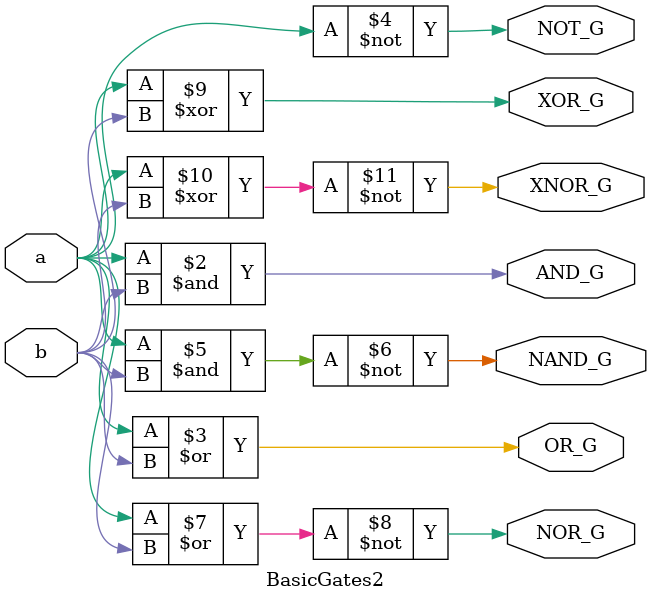
<source format=v>
`timescale 1ns / 1ps

module BasicGates2(a, b, AND_G, OR_G, NOT_G, NAND_G, NOR_G, XOR_G, XNOR_G);

	input a, b;
	output AND_G, OR_G, NOT_G, NAND_G, NOR_G, XOR_G, XNOR_G;
	
	reg AND_G, OR_G, NOT_G, NAND_G, NOR_G, XOR_G, XNOR_G;
	
	always@(a or b)
	begin
		AND_G = a & b;
		OR_G = a | b;
		NOT_G = ~ a;
		NAND_G = ~(a & b);
		NOR_G = ~(a | b);
		XOR_G = a ^ b;
		XNOR_G = ~(a ^ b);
	end

endmodule

</source>
